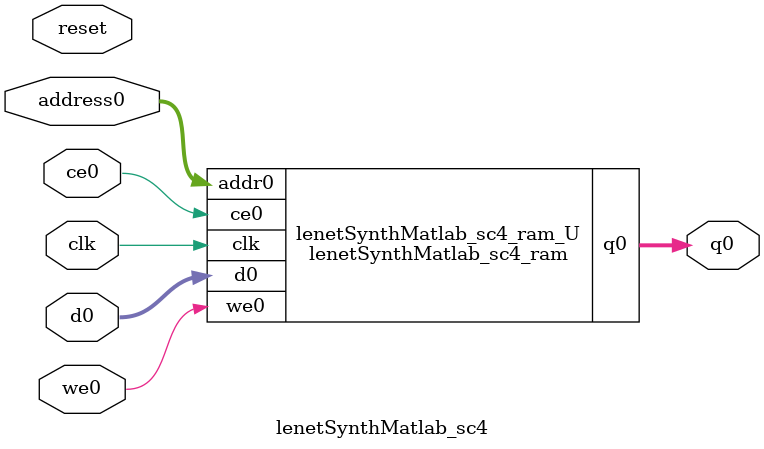
<source format=v>

`timescale 1 ns / 1 ps
module lenetSynthMatlab_sc4_ram (addr0, ce0, d0, we0, q0,  clk);

parameter DWIDTH = 32;
parameter AWIDTH = 7;
parameter MEM_SIZE = 84;

input[AWIDTH-1:0] addr0;
input ce0;
input[DWIDTH-1:0] d0;
input we0;
output reg[DWIDTH-1:0] q0;
input clk;

(* ram_style = "block" *)reg [DWIDTH-1:0] ram[0:MEM_SIZE-1];




always @(posedge clk)  
begin 
    if (ce0) 
    begin
        if (we0) 
        begin 
            ram[addr0] <= d0; 
            q0 <= d0;
        end 
        else 
            q0 <= ram[addr0];
    end
end


endmodule


`timescale 1 ns / 1 ps
module lenetSynthMatlab_sc4(
    reset,
    clk,
    address0,
    ce0,
    we0,
    d0,
    q0);

parameter DataWidth = 32'd32;
parameter AddressRange = 32'd84;
parameter AddressWidth = 32'd7;
input reset;
input clk;
input[AddressWidth - 1:0] address0;
input ce0;
input we0;
input[DataWidth - 1:0] d0;
output[DataWidth - 1:0] q0;



lenetSynthMatlab_sc4_ram lenetSynthMatlab_sc4_ram_U(
    .clk( clk ),
    .addr0( address0 ),
    .ce0( ce0 ),
    .we0( we0 ),
    .d0( d0 ),
    .q0( q0 ));

endmodule


</source>
